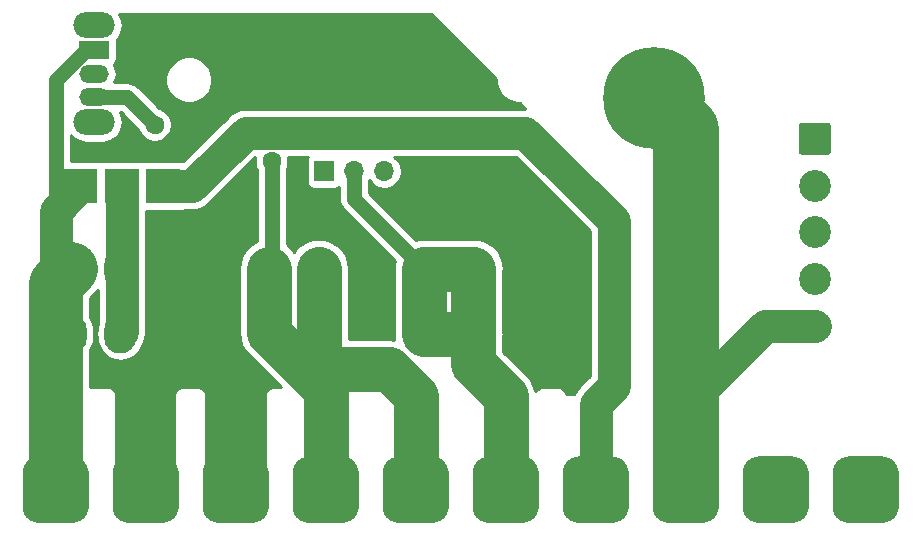
<source format=gbr>
G04 #@! TF.GenerationSoftware,KiCad,Pcbnew,(5.1.5)-3*
G04 #@! TF.CreationDate,2020-03-03T23:45:34-08:00*
G04 #@! TF.ProjectId,psinterface,7073696e-7465-4726-9661-63652e6b6963,0.4*
G04 #@! TF.SameCoordinates,Original*
G04 #@! TF.FileFunction,Copper,L1,Top*
G04 #@! TF.FilePolarity,Positive*
%FSLAX46Y46*%
G04 Gerber Fmt 4.6, Leading zero omitted, Abs format (unit mm)*
G04 Created by KiCad (PCBNEW (5.1.5)-3) date 2020-03-03 23:45:34*
%MOMM*%
%LPD*%
G04 APERTURE LIST*
%ADD10C,0.100000*%
%ADD11O,2.700000X3.300000*%
%ADD12C,2.700000*%
%ADD13R,2.500000X1.500000*%
%ADD14O,2.500000X1.500000*%
%ADD15O,3.500000X2.200000*%
%ADD16R,3.000000X3.000000*%
%ADD17C,8.600000*%
%ADD18C,0.900000*%
%ADD19R,1.700000X1.700000*%
%ADD20O,1.700000X1.700000*%
%ADD21C,0.800000*%
%ADD22C,1.600000*%
%ADD23C,3.810000*%
%ADD24C,1.270000*%
%ADD25C,2.794000*%
%ADD26C,5.588000*%
%ADD27C,4.572000*%
%ADD28C,0.254000*%
G04 APERTURE END LIST*
G04 #@! TA.AperFunction,ComponentPad*
D10*
G36*
X148624503Y-120351204D02*
G01*
X148648772Y-120354804D01*
X148672570Y-120360765D01*
X148695670Y-120369030D01*
X148717849Y-120379520D01*
X148738892Y-120392133D01*
X148758598Y-120406748D01*
X148776776Y-120423224D01*
X148793252Y-120441402D01*
X148807867Y-120461108D01*
X148820480Y-120482151D01*
X148830970Y-120504330D01*
X148839235Y-120527430D01*
X148845196Y-120551228D01*
X148848796Y-120575497D01*
X148850000Y-120600001D01*
X148850000Y-123399999D01*
X148848796Y-123424503D01*
X148845196Y-123448772D01*
X148839235Y-123472570D01*
X148830970Y-123495670D01*
X148820480Y-123517849D01*
X148807867Y-123538892D01*
X148793252Y-123558598D01*
X148776776Y-123576776D01*
X148758598Y-123593252D01*
X148738892Y-123607867D01*
X148717849Y-123620480D01*
X148695670Y-123630970D01*
X148672570Y-123639235D01*
X148648772Y-123645196D01*
X148624503Y-123648796D01*
X148599999Y-123650000D01*
X146400001Y-123650000D01*
X146375497Y-123648796D01*
X146351228Y-123645196D01*
X146327430Y-123639235D01*
X146304330Y-123630970D01*
X146282151Y-123620480D01*
X146261108Y-123607867D01*
X146241402Y-123593252D01*
X146223224Y-123576776D01*
X146206748Y-123558598D01*
X146192133Y-123538892D01*
X146179520Y-123517849D01*
X146169030Y-123495670D01*
X146160765Y-123472570D01*
X146154804Y-123448772D01*
X146151204Y-123424503D01*
X146150000Y-123399999D01*
X146150000Y-120600001D01*
X146151204Y-120575497D01*
X146154804Y-120551228D01*
X146160765Y-120527430D01*
X146169030Y-120504330D01*
X146179520Y-120482151D01*
X146192133Y-120461108D01*
X146206748Y-120441402D01*
X146223224Y-120423224D01*
X146241402Y-120406748D01*
X146261108Y-120392133D01*
X146282151Y-120379520D01*
X146304330Y-120369030D01*
X146327430Y-120360765D01*
X146351228Y-120354804D01*
X146375497Y-120351204D01*
X146400001Y-120350000D01*
X148599999Y-120350000D01*
X148624503Y-120351204D01*
G37*
G04 #@! TD.AperFunction*
D11*
X143300000Y-122000000D03*
X139100000Y-122000000D03*
X134900000Y-122000000D03*
X147500000Y-116500000D03*
X143300000Y-116500000D03*
X139100000Y-116500000D03*
X134900000Y-116500000D03*
G04 #@! TA.AperFunction,ComponentPad*
D10*
G36*
X127124503Y-120351204D02*
G01*
X127148772Y-120354804D01*
X127172570Y-120360765D01*
X127195670Y-120369030D01*
X127217849Y-120379520D01*
X127238892Y-120392133D01*
X127258598Y-120406748D01*
X127276776Y-120423224D01*
X127293252Y-120441402D01*
X127307867Y-120461108D01*
X127320480Y-120482151D01*
X127330970Y-120504330D01*
X127339235Y-120527430D01*
X127345196Y-120551228D01*
X127348796Y-120575497D01*
X127350000Y-120600001D01*
X127350000Y-123399999D01*
X127348796Y-123424503D01*
X127345196Y-123448772D01*
X127339235Y-123472570D01*
X127330970Y-123495670D01*
X127320480Y-123517849D01*
X127307867Y-123538892D01*
X127293252Y-123558598D01*
X127276776Y-123576776D01*
X127258598Y-123593252D01*
X127238892Y-123607867D01*
X127217849Y-123620480D01*
X127195670Y-123630970D01*
X127172570Y-123639235D01*
X127148772Y-123645196D01*
X127124503Y-123648796D01*
X127099999Y-123650000D01*
X124900001Y-123650000D01*
X124875497Y-123648796D01*
X124851228Y-123645196D01*
X124827430Y-123639235D01*
X124804330Y-123630970D01*
X124782151Y-123620480D01*
X124761108Y-123607867D01*
X124741402Y-123593252D01*
X124723224Y-123576776D01*
X124706748Y-123558598D01*
X124692133Y-123538892D01*
X124679520Y-123517849D01*
X124669030Y-123495670D01*
X124660765Y-123472570D01*
X124654804Y-123448772D01*
X124651204Y-123424503D01*
X124650000Y-123399999D01*
X124650000Y-120600001D01*
X124651204Y-120575497D01*
X124654804Y-120551228D01*
X124660765Y-120527430D01*
X124669030Y-120504330D01*
X124679520Y-120482151D01*
X124692133Y-120461108D01*
X124706748Y-120441402D01*
X124723224Y-120423224D01*
X124741402Y-120406748D01*
X124761108Y-120392133D01*
X124782151Y-120379520D01*
X124804330Y-120369030D01*
X124827430Y-120360765D01*
X124851228Y-120354804D01*
X124875497Y-120351204D01*
X124900001Y-120350000D01*
X127099999Y-120350000D01*
X127124503Y-120351204D01*
G37*
G04 #@! TD.AperFunction*
D11*
X121800000Y-122000000D03*
X117600000Y-122000000D03*
X113400000Y-122000000D03*
X109200000Y-122000000D03*
X105000000Y-122000000D03*
X126000000Y-116500000D03*
X121800000Y-116500000D03*
X117600000Y-116500000D03*
X113400000Y-116500000D03*
X109200000Y-116500000D03*
X105000000Y-116500000D03*
G04 #@! TA.AperFunction,ComponentPad*
D10*
G36*
X169124503Y-104151204D02*
G01*
X169148772Y-104154804D01*
X169172570Y-104160765D01*
X169195670Y-104169030D01*
X169217849Y-104179520D01*
X169238892Y-104192133D01*
X169258598Y-104206748D01*
X169276776Y-104223224D01*
X169293252Y-104241402D01*
X169307867Y-104261108D01*
X169320480Y-104282151D01*
X169330970Y-104304330D01*
X169339235Y-104327430D01*
X169345196Y-104351228D01*
X169348796Y-104375497D01*
X169350000Y-104400001D01*
X169350000Y-106599999D01*
X169348796Y-106624503D01*
X169345196Y-106648772D01*
X169339235Y-106672570D01*
X169330970Y-106695670D01*
X169320480Y-106717849D01*
X169307867Y-106738892D01*
X169293252Y-106758598D01*
X169276776Y-106776776D01*
X169258598Y-106793252D01*
X169238892Y-106807867D01*
X169217849Y-106820480D01*
X169195670Y-106830970D01*
X169172570Y-106839235D01*
X169148772Y-106845196D01*
X169124503Y-106848796D01*
X169099999Y-106850000D01*
X166900001Y-106850000D01*
X166875497Y-106848796D01*
X166851228Y-106845196D01*
X166827430Y-106839235D01*
X166804330Y-106830970D01*
X166782151Y-106820480D01*
X166761108Y-106807867D01*
X166741402Y-106793252D01*
X166723224Y-106776776D01*
X166706748Y-106758598D01*
X166692133Y-106738892D01*
X166679520Y-106717849D01*
X166669030Y-106695670D01*
X166660765Y-106672570D01*
X166654804Y-106648772D01*
X166651204Y-106624503D01*
X166650000Y-106599999D01*
X166650000Y-104400001D01*
X166651204Y-104375497D01*
X166654804Y-104351228D01*
X166660765Y-104327430D01*
X166669030Y-104304330D01*
X166679520Y-104282151D01*
X166692133Y-104261108D01*
X166706748Y-104241402D01*
X166723224Y-104223224D01*
X166741402Y-104206748D01*
X166761108Y-104192133D01*
X166782151Y-104179520D01*
X166804330Y-104169030D01*
X166827430Y-104160765D01*
X166851228Y-104154804D01*
X166875497Y-104151204D01*
X166900001Y-104150000D01*
X169099999Y-104150000D01*
X169124503Y-104151204D01*
G37*
G04 #@! TD.AperFunction*
D12*
X168000000Y-109460000D03*
X168000000Y-113420000D03*
X168000000Y-117380000D03*
X168000000Y-121340000D03*
D13*
X107000000Y-98000000D03*
D14*
X107000000Y-100000000D03*
X107000000Y-102000000D03*
D15*
X107000000Y-95900000D03*
X107000000Y-104100000D03*
G04 #@! TA.AperFunction,ComponentPad*
D10*
G36*
X143357224Y-132406741D02*
G01*
X143493126Y-132426901D01*
X143626399Y-132460284D01*
X143755757Y-132506569D01*
X143879955Y-132565310D01*
X143997798Y-132635943D01*
X144108151Y-132717785D01*
X144209949Y-132810051D01*
X144302215Y-132911849D01*
X144384057Y-133022202D01*
X144454690Y-133140045D01*
X144513431Y-133264243D01*
X144559716Y-133393601D01*
X144593099Y-133526874D01*
X144613259Y-133662776D01*
X144620000Y-133800000D01*
X144620000Y-136600000D01*
X144613259Y-136737224D01*
X144593099Y-136873126D01*
X144559716Y-137006399D01*
X144513431Y-137135757D01*
X144454690Y-137259955D01*
X144384057Y-137377798D01*
X144302215Y-137488151D01*
X144209949Y-137589949D01*
X144108151Y-137682215D01*
X143997798Y-137764057D01*
X143879955Y-137834690D01*
X143755757Y-137893431D01*
X143626399Y-137939716D01*
X143493126Y-137973099D01*
X143357224Y-137993259D01*
X143220000Y-138000000D01*
X140420000Y-138000000D01*
X140282776Y-137993259D01*
X140146874Y-137973099D01*
X140013601Y-137939716D01*
X139884243Y-137893431D01*
X139760045Y-137834690D01*
X139642202Y-137764057D01*
X139531849Y-137682215D01*
X139430051Y-137589949D01*
X139337785Y-137488151D01*
X139255943Y-137377798D01*
X139185310Y-137259955D01*
X139126569Y-137135757D01*
X139080284Y-137006399D01*
X139046901Y-136873126D01*
X139026741Y-136737224D01*
X139020000Y-136600000D01*
X139020000Y-133800000D01*
X139026741Y-133662776D01*
X139046901Y-133526874D01*
X139080284Y-133393601D01*
X139126569Y-133264243D01*
X139185310Y-133140045D01*
X139255943Y-133022202D01*
X139337785Y-132911849D01*
X139430051Y-132810051D01*
X139531849Y-132717785D01*
X139642202Y-132635943D01*
X139760045Y-132565310D01*
X139884243Y-132506569D01*
X140013601Y-132460284D01*
X140146874Y-132426901D01*
X140282776Y-132406741D01*
X140420000Y-132400000D01*
X143220000Y-132400000D01*
X143357224Y-132406741D01*
G37*
G04 #@! TD.AperFunction*
G04 #@! TA.AperFunction,ComponentPad*
G36*
X135737224Y-132406741D02*
G01*
X135873126Y-132426901D01*
X136006399Y-132460284D01*
X136135757Y-132506569D01*
X136259955Y-132565310D01*
X136377798Y-132635943D01*
X136488151Y-132717785D01*
X136589949Y-132810051D01*
X136682215Y-132911849D01*
X136764057Y-133022202D01*
X136834690Y-133140045D01*
X136893431Y-133264243D01*
X136939716Y-133393601D01*
X136973099Y-133526874D01*
X136993259Y-133662776D01*
X137000000Y-133800000D01*
X137000000Y-136600000D01*
X136993259Y-136737224D01*
X136973099Y-136873126D01*
X136939716Y-137006399D01*
X136893431Y-137135757D01*
X136834690Y-137259955D01*
X136764057Y-137377798D01*
X136682215Y-137488151D01*
X136589949Y-137589949D01*
X136488151Y-137682215D01*
X136377798Y-137764057D01*
X136259955Y-137834690D01*
X136135757Y-137893431D01*
X136006399Y-137939716D01*
X135873126Y-137973099D01*
X135737224Y-137993259D01*
X135600000Y-138000000D01*
X132800000Y-138000000D01*
X132662776Y-137993259D01*
X132526874Y-137973099D01*
X132393601Y-137939716D01*
X132264243Y-137893431D01*
X132140045Y-137834690D01*
X132022202Y-137764057D01*
X131911849Y-137682215D01*
X131810051Y-137589949D01*
X131717785Y-137488151D01*
X131635943Y-137377798D01*
X131565310Y-137259955D01*
X131506569Y-137135757D01*
X131460284Y-137006399D01*
X131426901Y-136873126D01*
X131406741Y-136737224D01*
X131400000Y-136600000D01*
X131400000Y-133800000D01*
X131406741Y-133662776D01*
X131426901Y-133526874D01*
X131460284Y-133393601D01*
X131506569Y-133264243D01*
X131565310Y-133140045D01*
X131635943Y-133022202D01*
X131717785Y-132911849D01*
X131810051Y-132810051D01*
X131911849Y-132717785D01*
X132022202Y-132635943D01*
X132140045Y-132565310D01*
X132264243Y-132506569D01*
X132393601Y-132460284D01*
X132526874Y-132426901D01*
X132662776Y-132406741D01*
X132800000Y-132400000D01*
X135600000Y-132400000D01*
X135737224Y-132406741D01*
G37*
G04 #@! TD.AperFunction*
G04 #@! TA.AperFunction,ComponentPad*
G36*
X158597224Y-132406741D02*
G01*
X158733126Y-132426901D01*
X158866399Y-132460284D01*
X158995757Y-132506569D01*
X159119955Y-132565310D01*
X159237798Y-132635943D01*
X159348151Y-132717785D01*
X159449949Y-132810051D01*
X159542215Y-132911849D01*
X159624057Y-133022202D01*
X159694690Y-133140045D01*
X159753431Y-133264243D01*
X159799716Y-133393601D01*
X159833099Y-133526874D01*
X159853259Y-133662776D01*
X159860000Y-133800000D01*
X159860000Y-136600000D01*
X159853259Y-136737224D01*
X159833099Y-136873126D01*
X159799716Y-137006399D01*
X159753431Y-137135757D01*
X159694690Y-137259955D01*
X159624057Y-137377798D01*
X159542215Y-137488151D01*
X159449949Y-137589949D01*
X159348151Y-137682215D01*
X159237798Y-137764057D01*
X159119955Y-137834690D01*
X158995757Y-137893431D01*
X158866399Y-137939716D01*
X158733126Y-137973099D01*
X158597224Y-137993259D01*
X158460000Y-138000000D01*
X155660000Y-138000000D01*
X155522776Y-137993259D01*
X155386874Y-137973099D01*
X155253601Y-137939716D01*
X155124243Y-137893431D01*
X155000045Y-137834690D01*
X154882202Y-137764057D01*
X154771849Y-137682215D01*
X154670051Y-137589949D01*
X154577785Y-137488151D01*
X154495943Y-137377798D01*
X154425310Y-137259955D01*
X154366569Y-137135757D01*
X154320284Y-137006399D01*
X154286901Y-136873126D01*
X154266741Y-136737224D01*
X154260000Y-136600000D01*
X154260000Y-133800000D01*
X154266741Y-133662776D01*
X154286901Y-133526874D01*
X154320284Y-133393601D01*
X154366569Y-133264243D01*
X154425310Y-133140045D01*
X154495943Y-133022202D01*
X154577785Y-132911849D01*
X154670051Y-132810051D01*
X154771849Y-132717785D01*
X154882202Y-132635943D01*
X155000045Y-132565310D01*
X155124243Y-132506569D01*
X155253601Y-132460284D01*
X155386874Y-132426901D01*
X155522776Y-132406741D01*
X155660000Y-132400000D01*
X158460000Y-132400000D01*
X158597224Y-132406741D01*
G37*
G04 #@! TD.AperFunction*
G04 #@! TA.AperFunction,ComponentPad*
G36*
X166217224Y-132406741D02*
G01*
X166353126Y-132426901D01*
X166486399Y-132460284D01*
X166615757Y-132506569D01*
X166739955Y-132565310D01*
X166857798Y-132635943D01*
X166968151Y-132717785D01*
X167069949Y-132810051D01*
X167162215Y-132911849D01*
X167244057Y-133022202D01*
X167314690Y-133140045D01*
X167373431Y-133264243D01*
X167419716Y-133393601D01*
X167453099Y-133526874D01*
X167473259Y-133662776D01*
X167480000Y-133800000D01*
X167480000Y-136600000D01*
X167473259Y-136737224D01*
X167453099Y-136873126D01*
X167419716Y-137006399D01*
X167373431Y-137135757D01*
X167314690Y-137259955D01*
X167244057Y-137377798D01*
X167162215Y-137488151D01*
X167069949Y-137589949D01*
X166968151Y-137682215D01*
X166857798Y-137764057D01*
X166739955Y-137834690D01*
X166615757Y-137893431D01*
X166486399Y-137939716D01*
X166353126Y-137973099D01*
X166217224Y-137993259D01*
X166080000Y-138000000D01*
X163280000Y-138000000D01*
X163142776Y-137993259D01*
X163006874Y-137973099D01*
X162873601Y-137939716D01*
X162744243Y-137893431D01*
X162620045Y-137834690D01*
X162502202Y-137764057D01*
X162391849Y-137682215D01*
X162290051Y-137589949D01*
X162197785Y-137488151D01*
X162115943Y-137377798D01*
X162045310Y-137259955D01*
X161986569Y-137135757D01*
X161940284Y-137006399D01*
X161906901Y-136873126D01*
X161886741Y-136737224D01*
X161880000Y-136600000D01*
X161880000Y-133800000D01*
X161886741Y-133662776D01*
X161906901Y-133526874D01*
X161940284Y-133393601D01*
X161986569Y-133264243D01*
X162045310Y-133140045D01*
X162115943Y-133022202D01*
X162197785Y-132911849D01*
X162290051Y-132810051D01*
X162391849Y-132717785D01*
X162502202Y-132635943D01*
X162620045Y-132565310D01*
X162744243Y-132506569D01*
X162873601Y-132460284D01*
X163006874Y-132426901D01*
X163142776Y-132406741D01*
X163280000Y-132400000D01*
X166080000Y-132400000D01*
X166217224Y-132406741D01*
G37*
G04 #@! TD.AperFunction*
G04 #@! TA.AperFunction,ComponentPad*
G36*
X150977224Y-132406741D02*
G01*
X151113126Y-132426901D01*
X151246399Y-132460284D01*
X151375757Y-132506569D01*
X151499955Y-132565310D01*
X151617798Y-132635943D01*
X151728151Y-132717785D01*
X151829949Y-132810051D01*
X151922215Y-132911849D01*
X152004057Y-133022202D01*
X152074690Y-133140045D01*
X152133431Y-133264243D01*
X152179716Y-133393601D01*
X152213099Y-133526874D01*
X152233259Y-133662776D01*
X152240000Y-133800000D01*
X152240000Y-136600000D01*
X152233259Y-136737224D01*
X152213099Y-136873126D01*
X152179716Y-137006399D01*
X152133431Y-137135757D01*
X152074690Y-137259955D01*
X152004057Y-137377798D01*
X151922215Y-137488151D01*
X151829949Y-137589949D01*
X151728151Y-137682215D01*
X151617798Y-137764057D01*
X151499955Y-137834690D01*
X151375757Y-137893431D01*
X151246399Y-137939716D01*
X151113126Y-137973099D01*
X150977224Y-137993259D01*
X150840000Y-138000000D01*
X148040000Y-138000000D01*
X147902776Y-137993259D01*
X147766874Y-137973099D01*
X147633601Y-137939716D01*
X147504243Y-137893431D01*
X147380045Y-137834690D01*
X147262202Y-137764057D01*
X147151849Y-137682215D01*
X147050051Y-137589949D01*
X146957785Y-137488151D01*
X146875943Y-137377798D01*
X146805310Y-137259955D01*
X146746569Y-137135757D01*
X146700284Y-137006399D01*
X146666901Y-136873126D01*
X146646741Y-136737224D01*
X146640000Y-136600000D01*
X146640000Y-133800000D01*
X146646741Y-133662776D01*
X146666901Y-133526874D01*
X146700284Y-133393601D01*
X146746569Y-133264243D01*
X146805310Y-133140045D01*
X146875943Y-133022202D01*
X146957785Y-132911849D01*
X147050051Y-132810051D01*
X147151849Y-132717785D01*
X147262202Y-132635943D01*
X147380045Y-132565310D01*
X147504243Y-132506569D01*
X147633601Y-132460284D01*
X147766874Y-132426901D01*
X147902776Y-132406741D01*
X148040000Y-132400000D01*
X150840000Y-132400000D01*
X150977224Y-132406741D01*
G37*
G04 #@! TD.AperFunction*
G04 #@! TA.AperFunction,ComponentPad*
G36*
X128117224Y-132406741D02*
G01*
X128253126Y-132426901D01*
X128386399Y-132460284D01*
X128515757Y-132506569D01*
X128639955Y-132565310D01*
X128757798Y-132635943D01*
X128868151Y-132717785D01*
X128969949Y-132810051D01*
X129062215Y-132911849D01*
X129144057Y-133022202D01*
X129214690Y-133140045D01*
X129273431Y-133264243D01*
X129319716Y-133393601D01*
X129353099Y-133526874D01*
X129373259Y-133662776D01*
X129380000Y-133800000D01*
X129380000Y-136600000D01*
X129373259Y-136737224D01*
X129353099Y-136873126D01*
X129319716Y-137006399D01*
X129273431Y-137135757D01*
X129214690Y-137259955D01*
X129144057Y-137377798D01*
X129062215Y-137488151D01*
X128969949Y-137589949D01*
X128868151Y-137682215D01*
X128757798Y-137764057D01*
X128639955Y-137834690D01*
X128515757Y-137893431D01*
X128386399Y-137939716D01*
X128253126Y-137973099D01*
X128117224Y-137993259D01*
X127980000Y-138000000D01*
X125180000Y-138000000D01*
X125042776Y-137993259D01*
X124906874Y-137973099D01*
X124773601Y-137939716D01*
X124644243Y-137893431D01*
X124520045Y-137834690D01*
X124402202Y-137764057D01*
X124291849Y-137682215D01*
X124190051Y-137589949D01*
X124097785Y-137488151D01*
X124015943Y-137377798D01*
X123945310Y-137259955D01*
X123886569Y-137135757D01*
X123840284Y-137006399D01*
X123806901Y-136873126D01*
X123786741Y-136737224D01*
X123780000Y-136600000D01*
X123780000Y-133800000D01*
X123786741Y-133662776D01*
X123806901Y-133526874D01*
X123840284Y-133393601D01*
X123886569Y-133264243D01*
X123945310Y-133140045D01*
X124015943Y-133022202D01*
X124097785Y-132911849D01*
X124190051Y-132810051D01*
X124291849Y-132717785D01*
X124402202Y-132635943D01*
X124520045Y-132565310D01*
X124644243Y-132506569D01*
X124773601Y-132460284D01*
X124906874Y-132426901D01*
X125042776Y-132406741D01*
X125180000Y-132400000D01*
X127980000Y-132400000D01*
X128117224Y-132406741D01*
G37*
G04 #@! TD.AperFunction*
G04 #@! TA.AperFunction,ComponentPad*
G36*
X173837224Y-132406741D02*
G01*
X173973126Y-132426901D01*
X174106399Y-132460284D01*
X174235757Y-132506569D01*
X174359955Y-132565310D01*
X174477798Y-132635943D01*
X174588151Y-132717785D01*
X174689949Y-132810051D01*
X174782215Y-132911849D01*
X174864057Y-133022202D01*
X174934690Y-133140045D01*
X174993431Y-133264243D01*
X175039716Y-133393601D01*
X175073099Y-133526874D01*
X175093259Y-133662776D01*
X175100000Y-133800000D01*
X175100000Y-136600000D01*
X175093259Y-136737224D01*
X175073099Y-136873126D01*
X175039716Y-137006399D01*
X174993431Y-137135757D01*
X174934690Y-137259955D01*
X174864057Y-137377798D01*
X174782215Y-137488151D01*
X174689949Y-137589949D01*
X174588151Y-137682215D01*
X174477798Y-137764057D01*
X174359955Y-137834690D01*
X174235757Y-137893431D01*
X174106399Y-137939716D01*
X173973126Y-137973099D01*
X173837224Y-137993259D01*
X173700000Y-138000000D01*
X170900000Y-138000000D01*
X170762776Y-137993259D01*
X170626874Y-137973099D01*
X170493601Y-137939716D01*
X170364243Y-137893431D01*
X170240045Y-137834690D01*
X170122202Y-137764057D01*
X170011849Y-137682215D01*
X169910051Y-137589949D01*
X169817785Y-137488151D01*
X169735943Y-137377798D01*
X169665310Y-137259955D01*
X169606569Y-137135757D01*
X169560284Y-137006399D01*
X169526901Y-136873126D01*
X169506741Y-136737224D01*
X169500000Y-136600000D01*
X169500000Y-133800000D01*
X169506741Y-133662776D01*
X169526901Y-133526874D01*
X169560284Y-133393601D01*
X169606569Y-133264243D01*
X169665310Y-133140045D01*
X169735943Y-133022202D01*
X169817785Y-132911849D01*
X169910051Y-132810051D01*
X170011849Y-132717785D01*
X170122202Y-132635943D01*
X170240045Y-132565310D01*
X170364243Y-132506569D01*
X170493601Y-132460284D01*
X170626874Y-132426901D01*
X170762776Y-132406741D01*
X170900000Y-132400000D01*
X173700000Y-132400000D01*
X173837224Y-132406741D01*
G37*
G04 #@! TD.AperFunction*
G04 #@! TA.AperFunction,ComponentPad*
G36*
X120497224Y-132406741D02*
G01*
X120633126Y-132426901D01*
X120766399Y-132460284D01*
X120895757Y-132506569D01*
X121019955Y-132565310D01*
X121137798Y-132635943D01*
X121248151Y-132717785D01*
X121349949Y-132810051D01*
X121442215Y-132911849D01*
X121524057Y-133022202D01*
X121594690Y-133140045D01*
X121653431Y-133264243D01*
X121699716Y-133393601D01*
X121733099Y-133526874D01*
X121753259Y-133662776D01*
X121760000Y-133800000D01*
X121760000Y-136600000D01*
X121753259Y-136737224D01*
X121733099Y-136873126D01*
X121699716Y-137006399D01*
X121653431Y-137135757D01*
X121594690Y-137259955D01*
X121524057Y-137377798D01*
X121442215Y-137488151D01*
X121349949Y-137589949D01*
X121248151Y-137682215D01*
X121137798Y-137764057D01*
X121019955Y-137834690D01*
X120895757Y-137893431D01*
X120766399Y-137939716D01*
X120633126Y-137973099D01*
X120497224Y-137993259D01*
X120360000Y-138000000D01*
X117560000Y-138000000D01*
X117422776Y-137993259D01*
X117286874Y-137973099D01*
X117153601Y-137939716D01*
X117024243Y-137893431D01*
X116900045Y-137834690D01*
X116782202Y-137764057D01*
X116671849Y-137682215D01*
X116570051Y-137589949D01*
X116477785Y-137488151D01*
X116395943Y-137377798D01*
X116325310Y-137259955D01*
X116266569Y-137135757D01*
X116220284Y-137006399D01*
X116186901Y-136873126D01*
X116166741Y-136737224D01*
X116160000Y-136600000D01*
X116160000Y-133800000D01*
X116166741Y-133662776D01*
X116186901Y-133526874D01*
X116220284Y-133393601D01*
X116266569Y-133264243D01*
X116325310Y-133140045D01*
X116395943Y-133022202D01*
X116477785Y-132911849D01*
X116570051Y-132810051D01*
X116671849Y-132717785D01*
X116782202Y-132635943D01*
X116900045Y-132565310D01*
X117024243Y-132506569D01*
X117153601Y-132460284D01*
X117286874Y-132426901D01*
X117422776Y-132406741D01*
X117560000Y-132400000D01*
X120360000Y-132400000D01*
X120497224Y-132406741D01*
G37*
G04 #@! TD.AperFunction*
G04 #@! TA.AperFunction,ComponentPad*
G36*
X105257224Y-132406741D02*
G01*
X105393126Y-132426901D01*
X105526399Y-132460284D01*
X105655757Y-132506569D01*
X105779955Y-132565310D01*
X105897798Y-132635943D01*
X106008151Y-132717785D01*
X106109949Y-132810051D01*
X106202215Y-132911849D01*
X106284057Y-133022202D01*
X106354690Y-133140045D01*
X106413431Y-133264243D01*
X106459716Y-133393601D01*
X106493099Y-133526874D01*
X106513259Y-133662776D01*
X106520000Y-133800000D01*
X106520000Y-136600000D01*
X106513259Y-136737224D01*
X106493099Y-136873126D01*
X106459716Y-137006399D01*
X106413431Y-137135757D01*
X106354690Y-137259955D01*
X106284057Y-137377798D01*
X106202215Y-137488151D01*
X106109949Y-137589949D01*
X106008151Y-137682215D01*
X105897798Y-137764057D01*
X105779955Y-137834690D01*
X105655757Y-137893431D01*
X105526399Y-137939716D01*
X105393126Y-137973099D01*
X105257224Y-137993259D01*
X105120000Y-138000000D01*
X102320000Y-138000000D01*
X102182776Y-137993259D01*
X102046874Y-137973099D01*
X101913601Y-137939716D01*
X101784243Y-137893431D01*
X101660045Y-137834690D01*
X101542202Y-137764057D01*
X101431849Y-137682215D01*
X101330051Y-137589949D01*
X101237785Y-137488151D01*
X101155943Y-137377798D01*
X101085310Y-137259955D01*
X101026569Y-137135757D01*
X100980284Y-137006399D01*
X100946901Y-136873126D01*
X100926741Y-136737224D01*
X100920000Y-136600000D01*
X100920000Y-133800000D01*
X100926741Y-133662776D01*
X100946901Y-133526874D01*
X100980284Y-133393601D01*
X101026569Y-133264243D01*
X101085310Y-133140045D01*
X101155943Y-133022202D01*
X101237785Y-132911849D01*
X101330051Y-132810051D01*
X101431849Y-132717785D01*
X101542202Y-132635943D01*
X101660045Y-132565310D01*
X101784243Y-132506569D01*
X101913601Y-132460284D01*
X102046874Y-132426901D01*
X102182776Y-132406741D01*
X102320000Y-132400000D01*
X105120000Y-132400000D01*
X105257224Y-132406741D01*
G37*
G04 #@! TD.AperFunction*
G04 #@! TA.AperFunction,ComponentPad*
G36*
X112877224Y-132406741D02*
G01*
X113013126Y-132426901D01*
X113146399Y-132460284D01*
X113275757Y-132506569D01*
X113399955Y-132565310D01*
X113517798Y-132635943D01*
X113628151Y-132717785D01*
X113729949Y-132810051D01*
X113822215Y-132911849D01*
X113904057Y-133022202D01*
X113974690Y-133140045D01*
X114033431Y-133264243D01*
X114079716Y-133393601D01*
X114113099Y-133526874D01*
X114133259Y-133662776D01*
X114140000Y-133800000D01*
X114140000Y-136600000D01*
X114133259Y-136737224D01*
X114113099Y-136873126D01*
X114079716Y-137006399D01*
X114033431Y-137135757D01*
X113974690Y-137259955D01*
X113904057Y-137377798D01*
X113822215Y-137488151D01*
X113729949Y-137589949D01*
X113628151Y-137682215D01*
X113517798Y-137764057D01*
X113399955Y-137834690D01*
X113275757Y-137893431D01*
X113146399Y-137939716D01*
X113013126Y-137973099D01*
X112877224Y-137993259D01*
X112740000Y-138000000D01*
X109940000Y-138000000D01*
X109802776Y-137993259D01*
X109666874Y-137973099D01*
X109533601Y-137939716D01*
X109404243Y-137893431D01*
X109280045Y-137834690D01*
X109162202Y-137764057D01*
X109051849Y-137682215D01*
X108950051Y-137589949D01*
X108857785Y-137488151D01*
X108775943Y-137377798D01*
X108705310Y-137259955D01*
X108646569Y-137135757D01*
X108600284Y-137006399D01*
X108566901Y-136873126D01*
X108546741Y-136737224D01*
X108540000Y-136600000D01*
X108540000Y-133800000D01*
X108546741Y-133662776D01*
X108566901Y-133526874D01*
X108600284Y-133393601D01*
X108646569Y-133264243D01*
X108705310Y-133140045D01*
X108775943Y-133022202D01*
X108857785Y-132911849D01*
X108950051Y-132810051D01*
X109051849Y-132717785D01*
X109162202Y-132635943D01*
X109280045Y-132565310D01*
X109404243Y-132506569D01*
X109533601Y-132460284D01*
X109666874Y-132426901D01*
X109802776Y-132406741D01*
X109940000Y-132400000D01*
X112740000Y-132400000D01*
X112877224Y-132406741D01*
G37*
G04 #@! TD.AperFunction*
D16*
X112800000Y-109500000D03*
X109300000Y-109500000D03*
X105800000Y-109500000D03*
D17*
X154355800Y-102057200D03*
D18*
X151130800Y-102057200D03*
X152075381Y-99776781D03*
X154355800Y-98832200D03*
X156636219Y-99776781D03*
X157580800Y-102057200D03*
X156636219Y-104337619D03*
X154355800Y-105282200D03*
X152075381Y-104337619D03*
D19*
X126466600Y-108254800D03*
D20*
X129006600Y-108254800D03*
X131546600Y-108254800D03*
D21*
X135890000Y-100457000D03*
X137414000Y-98298000D03*
X139065000Y-100457000D03*
X130276600Y-100482400D03*
X127736600Y-100482400D03*
X135000000Y-112500000D03*
X139000000Y-112500000D03*
X143000000Y-112500000D03*
X143000000Y-109500000D03*
X139000000Y-109500000D03*
X135000000Y-109500000D03*
X137000000Y-111000000D03*
X141000000Y-111000000D03*
X145000000Y-111000000D03*
X146500000Y-112500000D03*
X133000000Y-111000000D03*
X129500000Y-116500000D03*
X131500000Y-116500000D03*
X129500000Y-120000000D03*
X131500000Y-120000000D03*
X130500000Y-121500000D03*
X130500000Y-118000000D03*
X120000000Y-109400000D03*
X120000000Y-112500000D03*
X118000000Y-111000000D03*
X115700000Y-112500000D03*
X122555000Y-100457000D03*
X119126000Y-100457000D03*
X120904000Y-98298000D03*
X134620000Y-96012000D03*
X131572000Y-96012000D03*
X137414000Y-102108000D03*
X120904000Y-102108000D03*
X109220000Y-106426000D03*
X105918000Y-106426000D03*
X113284000Y-106426000D03*
X115062000Y-97536000D03*
X112014000Y-100330000D03*
X123444000Y-98044000D03*
X134620000Y-98298000D03*
X129032000Y-99314000D03*
X129032000Y-101600000D03*
D22*
X112100000Y-104300000D03*
X122000000Y-107400000D03*
D23*
X141820000Y-132400000D02*
X141820000Y-135200000D01*
X141820000Y-127307711D02*
X141820000Y-132400000D01*
X139100000Y-124587711D02*
X141820000Y-127307711D01*
X139100000Y-122000000D02*
X139100000Y-124587711D01*
X134900000Y-122000000D02*
X139100000Y-122000000D01*
X134900000Y-116500000D02*
X139100000Y-116500000D01*
X134900000Y-116500000D02*
X134900000Y-122000000D01*
X139100000Y-116500000D02*
X139100000Y-122000000D01*
D24*
X129006600Y-110606600D02*
X134900000Y-116500000D01*
X129006600Y-108254800D02*
X129006600Y-110606600D01*
D23*
X134200000Y-127287711D02*
X131912289Y-125000000D01*
X134200000Y-135200000D02*
X134200000Y-127287711D01*
X131912289Y-125000000D02*
X126500000Y-125000000D01*
X126000000Y-124500000D02*
X126000000Y-116500000D01*
X126500000Y-125000000D02*
X126000000Y-124500000D01*
X126580000Y-126740000D02*
X126580000Y-135200000D01*
X121800000Y-116500000D02*
X121800000Y-121960000D01*
X121800000Y-121960000D02*
X126580000Y-126740000D01*
D24*
X107000000Y-102000000D02*
X109800000Y-102000000D01*
X109800000Y-102000000D02*
X112100000Y-104300000D01*
X122000000Y-116300000D02*
X121800000Y-116500000D01*
X112100000Y-104300000D02*
X112200000Y-104400000D01*
X122000000Y-107400000D02*
X122000000Y-116300000D01*
D25*
X166090812Y-121340000D02*
X168000000Y-121340000D01*
X163766132Y-121340000D02*
X166090812Y-121340000D01*
X157060000Y-128046132D02*
X163766132Y-121340000D01*
X157060000Y-135200000D02*
X157060000Y-128046132D01*
D26*
X157060000Y-104761400D02*
X157060000Y-135200000D01*
X154355800Y-102057200D02*
X157060000Y-104761400D01*
D25*
X151000000Y-126406132D02*
X149440000Y-127966132D01*
X119800000Y-105000000D02*
X143500000Y-105000000D01*
X143500000Y-105000000D02*
X151000000Y-112500000D01*
X115300000Y-109500000D02*
X119800000Y-105000000D01*
X112800000Y-109500000D02*
X115300000Y-109500000D01*
X149440000Y-127966132D02*
X149440000Y-135200000D01*
X151000000Y-112500000D02*
X151000000Y-126406132D01*
D27*
X103720000Y-117780000D02*
X105000000Y-116500000D01*
X103720000Y-135200000D02*
X103720000Y-117780000D01*
D25*
X103720000Y-111580000D02*
X103720000Y-135200000D01*
X105800000Y-109500000D02*
X103720000Y-111580000D01*
D24*
X103720000Y-100538458D02*
X103720000Y-132400000D01*
X103720000Y-132400000D02*
X103720000Y-135200000D01*
X106258458Y-98000000D02*
X103720000Y-100538458D01*
X107000000Y-98000000D02*
X106258458Y-98000000D01*
D25*
X109300000Y-121900000D02*
X109200000Y-122000000D01*
X109300000Y-109500000D02*
X109300000Y-121900000D01*
D28*
G36*
X120565000Y-107258665D02*
G01*
X120565000Y-107541335D01*
X120620147Y-107818574D01*
X120728320Y-108079727D01*
X120730000Y-108082241D01*
X120730001Y-114191851D01*
X120382024Y-114377849D01*
X119995259Y-114695259D01*
X119677849Y-115082025D01*
X119441992Y-115523282D01*
X119296753Y-116002074D01*
X119260000Y-116375230D01*
X119260001Y-121835219D01*
X119247711Y-121960000D01*
X119296753Y-122457926D01*
X119441992Y-122936718D01*
X119509653Y-123063302D01*
X119677850Y-123377976D01*
X119995260Y-123764741D01*
X120092181Y-123844282D01*
X122787898Y-126540000D01*
X122132308Y-126540000D01*
X122099796Y-126536808D01*
X122037013Y-126543011D01*
X121970617Y-126549550D01*
X121970518Y-126549580D01*
X121970417Y-126549590D01*
X121910114Y-126567904D01*
X121846207Y-126587290D01*
X121846112Y-126587341D01*
X121846019Y-126587369D01*
X121791468Y-126616548D01*
X121731550Y-126648575D01*
X121731467Y-126648643D01*
X121731381Y-126648689D01*
X121683218Y-126688240D01*
X121631052Y-126731052D01*
X121630985Y-126731134D01*
X121630908Y-126731197D01*
X121590897Y-126779980D01*
X121548575Y-126831550D01*
X121548526Y-126831643D01*
X121548462Y-126831720D01*
X121518439Y-126887930D01*
X121487290Y-126946207D01*
X121487260Y-126946306D01*
X121487212Y-126946396D01*
X121468939Y-127006700D01*
X121449550Y-127070617D01*
X121449539Y-127070724D01*
X121449511Y-127070818D01*
X121443484Y-127132210D01*
X121436807Y-127200000D01*
X121440011Y-127232531D01*
X121442921Y-136677400D01*
X116460001Y-136677400D01*
X116459999Y-127232429D01*
X116463193Y-127200000D01*
X116450450Y-127070617D01*
X116412710Y-126946207D01*
X116351425Y-126831550D01*
X116268948Y-126731052D01*
X116168450Y-126648575D01*
X116053793Y-126587290D01*
X115929383Y-126549550D01*
X115832419Y-126540000D01*
X115832412Y-126540000D01*
X115800000Y-126536808D01*
X115767591Y-126540000D01*
X114432409Y-126540000D01*
X114400000Y-126536808D01*
X114367588Y-126540000D01*
X114367581Y-126540000D01*
X114270617Y-126549550D01*
X114146207Y-126587290D01*
X114031550Y-126648575D01*
X113931052Y-126731052D01*
X113848575Y-126831550D01*
X113787290Y-126946207D01*
X113749550Y-127070617D01*
X113736807Y-127200000D01*
X113740001Y-127232429D01*
X113739999Y-136677400D01*
X108860001Y-136677400D01*
X108859999Y-127232429D01*
X108863193Y-127200000D01*
X108850450Y-127070617D01*
X108812710Y-126946207D01*
X108751425Y-126831550D01*
X108668948Y-126731052D01*
X108568450Y-126648575D01*
X108453793Y-126587290D01*
X108329383Y-126549550D01*
X108232419Y-126540000D01*
X108232412Y-126540000D01*
X108200000Y-126536808D01*
X108167591Y-126540000D01*
X106832409Y-126540000D01*
X106800000Y-126536808D01*
X106767588Y-126540000D01*
X106767581Y-126540000D01*
X106670617Y-126549550D01*
X106641000Y-126558534D01*
X106641000Y-123429409D01*
X106658453Y-123408143D01*
X106842774Y-123063302D01*
X106956278Y-122689128D01*
X106985000Y-122397510D01*
X106985000Y-121602491D01*
X106956278Y-121310873D01*
X106842774Y-120936698D01*
X106658453Y-120591857D01*
X106641000Y-120570591D01*
X106641000Y-118989917D01*
X107166924Y-118463993D01*
X107268001Y-118340830D01*
X107268001Y-121230835D01*
X107243722Y-121310872D01*
X107223582Y-121515360D01*
X107197403Y-121601660D01*
X107158169Y-122000000D01*
X107197403Y-122398340D01*
X107223582Y-122484641D01*
X107243722Y-122689127D01*
X107357226Y-123063301D01*
X107541547Y-123408143D01*
X107789602Y-123710398D01*
X108091857Y-123958453D01*
X108436698Y-124142774D01*
X108810872Y-124256278D01*
X109200000Y-124294604D01*
X109589127Y-124256278D01*
X109963301Y-124142774D01*
X110308143Y-123958453D01*
X110610398Y-123710398D01*
X110858453Y-123408143D01*
X111042774Y-123063302D01*
X111122181Y-122801531D01*
X111186406Y-122681375D01*
X111302598Y-122298341D01*
X111332000Y-121999816D01*
X111332000Y-121999814D01*
X111341831Y-121900001D01*
X111332000Y-121800187D01*
X111332000Y-111638072D01*
X114300000Y-111638072D01*
X114424482Y-111625812D01*
X114544180Y-111589502D01*
X114651757Y-111532000D01*
X115200187Y-111532000D01*
X115300000Y-111541831D01*
X115399813Y-111532000D01*
X115399816Y-111532000D01*
X115698341Y-111502598D01*
X116081375Y-111386406D01*
X116434381Y-111197720D01*
X116743793Y-110943793D01*
X116807429Y-110866252D01*
X120602242Y-107071440D01*
X120565000Y-107258665D01*
G37*
X120565000Y-107258665D02*
X120565000Y-107541335D01*
X120620147Y-107818574D01*
X120728320Y-108079727D01*
X120730000Y-108082241D01*
X120730001Y-114191851D01*
X120382024Y-114377849D01*
X119995259Y-114695259D01*
X119677849Y-115082025D01*
X119441992Y-115523282D01*
X119296753Y-116002074D01*
X119260000Y-116375230D01*
X119260001Y-121835219D01*
X119247711Y-121960000D01*
X119296753Y-122457926D01*
X119441992Y-122936718D01*
X119509653Y-123063302D01*
X119677850Y-123377976D01*
X119995260Y-123764741D01*
X120092181Y-123844282D01*
X122787898Y-126540000D01*
X122132308Y-126540000D01*
X122099796Y-126536808D01*
X122037013Y-126543011D01*
X121970617Y-126549550D01*
X121970518Y-126549580D01*
X121970417Y-126549590D01*
X121910114Y-126567904D01*
X121846207Y-126587290D01*
X121846112Y-126587341D01*
X121846019Y-126587369D01*
X121791468Y-126616548D01*
X121731550Y-126648575D01*
X121731467Y-126648643D01*
X121731381Y-126648689D01*
X121683218Y-126688240D01*
X121631052Y-126731052D01*
X121630985Y-126731134D01*
X121630908Y-126731197D01*
X121590897Y-126779980D01*
X121548575Y-126831550D01*
X121548526Y-126831643D01*
X121548462Y-126831720D01*
X121518439Y-126887930D01*
X121487290Y-126946207D01*
X121487260Y-126946306D01*
X121487212Y-126946396D01*
X121468939Y-127006700D01*
X121449550Y-127070617D01*
X121449539Y-127070724D01*
X121449511Y-127070818D01*
X121443484Y-127132210D01*
X121436807Y-127200000D01*
X121440011Y-127232531D01*
X121442921Y-136677400D01*
X116460001Y-136677400D01*
X116459999Y-127232429D01*
X116463193Y-127200000D01*
X116450450Y-127070617D01*
X116412710Y-126946207D01*
X116351425Y-126831550D01*
X116268948Y-126731052D01*
X116168450Y-126648575D01*
X116053793Y-126587290D01*
X115929383Y-126549550D01*
X115832419Y-126540000D01*
X115832412Y-126540000D01*
X115800000Y-126536808D01*
X115767591Y-126540000D01*
X114432409Y-126540000D01*
X114400000Y-126536808D01*
X114367588Y-126540000D01*
X114367581Y-126540000D01*
X114270617Y-126549550D01*
X114146207Y-126587290D01*
X114031550Y-126648575D01*
X113931052Y-126731052D01*
X113848575Y-126831550D01*
X113787290Y-126946207D01*
X113749550Y-127070617D01*
X113736807Y-127200000D01*
X113740001Y-127232429D01*
X113739999Y-136677400D01*
X108860001Y-136677400D01*
X108859999Y-127232429D01*
X108863193Y-127200000D01*
X108850450Y-127070617D01*
X108812710Y-126946207D01*
X108751425Y-126831550D01*
X108668948Y-126731052D01*
X108568450Y-126648575D01*
X108453793Y-126587290D01*
X108329383Y-126549550D01*
X108232419Y-126540000D01*
X108232412Y-126540000D01*
X108200000Y-126536808D01*
X108167591Y-126540000D01*
X106832409Y-126540000D01*
X106800000Y-126536808D01*
X106767588Y-126540000D01*
X106767581Y-126540000D01*
X106670617Y-126549550D01*
X106641000Y-126558534D01*
X106641000Y-123429409D01*
X106658453Y-123408143D01*
X106842774Y-123063302D01*
X106956278Y-122689128D01*
X106985000Y-122397510D01*
X106985000Y-121602491D01*
X106956278Y-121310873D01*
X106842774Y-120936698D01*
X106658453Y-120591857D01*
X106641000Y-120570591D01*
X106641000Y-118989917D01*
X107166924Y-118463993D01*
X107268001Y-118340830D01*
X107268001Y-121230835D01*
X107243722Y-121310872D01*
X107223582Y-121515360D01*
X107197403Y-121601660D01*
X107158169Y-122000000D01*
X107197403Y-122398340D01*
X107223582Y-122484641D01*
X107243722Y-122689127D01*
X107357226Y-123063301D01*
X107541547Y-123408143D01*
X107789602Y-123710398D01*
X108091857Y-123958453D01*
X108436698Y-124142774D01*
X108810872Y-124256278D01*
X109200000Y-124294604D01*
X109589127Y-124256278D01*
X109963301Y-124142774D01*
X110308143Y-123958453D01*
X110610398Y-123710398D01*
X110858453Y-123408143D01*
X111042774Y-123063302D01*
X111122181Y-122801531D01*
X111186406Y-122681375D01*
X111302598Y-122298341D01*
X111332000Y-121999816D01*
X111332000Y-121999814D01*
X111341831Y-121900001D01*
X111332000Y-121800187D01*
X111332000Y-111638072D01*
X114300000Y-111638072D01*
X114424482Y-111625812D01*
X114544180Y-111589502D01*
X114651757Y-111532000D01*
X115200187Y-111532000D01*
X115300000Y-111541831D01*
X115399813Y-111532000D01*
X115399816Y-111532000D01*
X115698341Y-111502598D01*
X116081375Y-111386406D01*
X116434381Y-111197720D01*
X116743793Y-110943793D01*
X116807429Y-110866252D01*
X120602242Y-107071440D01*
X120565000Y-107258665D01*
G36*
X148968000Y-113341682D02*
G01*
X148968001Y-125564449D01*
X148073748Y-126458703D01*
X147996207Y-126522339D01*
X147742280Y-126831751D01*
X147611619Y-127076200D01*
X146951000Y-127076200D01*
X146950450Y-127070617D01*
X146912710Y-126946207D01*
X146851425Y-126831550D01*
X146768948Y-126731052D01*
X146668450Y-126648575D01*
X146553793Y-126587290D01*
X146429383Y-126549550D01*
X146332419Y-126540000D01*
X146332412Y-126540000D01*
X146300000Y-126536808D01*
X146267591Y-126540000D01*
X144932409Y-126540000D01*
X144900000Y-126536808D01*
X144867588Y-126540000D01*
X144867581Y-126540000D01*
X144770617Y-126549550D01*
X144646207Y-126587290D01*
X144531550Y-126648575D01*
X144431052Y-126731052D01*
X144348575Y-126831550D01*
X144328998Y-126868176D01*
X144323247Y-126809784D01*
X144178008Y-126330992D01*
X144167318Y-126310992D01*
X143942151Y-125889735D01*
X143624741Y-125502970D01*
X143527821Y-125423430D01*
X141640000Y-123535610D01*
X141640000Y-122124771D01*
X141652289Y-122000000D01*
X141640000Y-121875229D01*
X141640000Y-116624771D01*
X141652289Y-116500000D01*
X141603247Y-116002073D01*
X141458008Y-115523281D01*
X141222151Y-115082024D01*
X140904741Y-114695259D01*
X140517976Y-114377849D01*
X140076719Y-114141992D01*
X139597927Y-113996753D01*
X139224771Y-113960000D01*
X139100000Y-113947711D01*
X138975229Y-113960000D01*
X135024771Y-113960000D01*
X134900000Y-113947711D01*
X134775229Y-113960000D01*
X134402073Y-113996753D01*
X134241510Y-114045459D01*
X130276600Y-110080550D01*
X130276600Y-109027040D01*
X130393125Y-109201432D01*
X130599968Y-109408275D01*
X130843189Y-109570790D01*
X131113442Y-109682732D01*
X131400340Y-109739800D01*
X131692860Y-109739800D01*
X131979758Y-109682732D01*
X132250011Y-109570790D01*
X132493232Y-109408275D01*
X132700075Y-109201432D01*
X132862590Y-108958211D01*
X132974532Y-108687958D01*
X133031600Y-108401060D01*
X133031600Y-108108540D01*
X132974532Y-107821642D01*
X132862590Y-107551389D01*
X132700075Y-107308168D01*
X132493232Y-107101325D01*
X132389480Y-107032000D01*
X142658319Y-107032000D01*
X148968000Y-113341682D01*
G37*
X148968000Y-113341682D02*
X148968001Y-125564449D01*
X148073748Y-126458703D01*
X147996207Y-126522339D01*
X147742280Y-126831751D01*
X147611619Y-127076200D01*
X146951000Y-127076200D01*
X146950450Y-127070617D01*
X146912710Y-126946207D01*
X146851425Y-126831550D01*
X146768948Y-126731052D01*
X146668450Y-126648575D01*
X146553793Y-126587290D01*
X146429383Y-126549550D01*
X146332419Y-126540000D01*
X146332412Y-126540000D01*
X146300000Y-126536808D01*
X146267591Y-126540000D01*
X144932409Y-126540000D01*
X144900000Y-126536808D01*
X144867588Y-126540000D01*
X144867581Y-126540000D01*
X144770617Y-126549550D01*
X144646207Y-126587290D01*
X144531550Y-126648575D01*
X144431052Y-126731052D01*
X144348575Y-126831550D01*
X144328998Y-126868176D01*
X144323247Y-126809784D01*
X144178008Y-126330992D01*
X144167318Y-126310992D01*
X143942151Y-125889735D01*
X143624741Y-125502970D01*
X143527821Y-125423430D01*
X141640000Y-123535610D01*
X141640000Y-122124771D01*
X141652289Y-122000000D01*
X141640000Y-121875229D01*
X141640000Y-116624771D01*
X141652289Y-116500000D01*
X141603247Y-116002073D01*
X141458008Y-115523281D01*
X141222151Y-115082024D01*
X140904741Y-114695259D01*
X140517976Y-114377849D01*
X140076719Y-114141992D01*
X139597927Y-113996753D01*
X139224771Y-113960000D01*
X139100000Y-113947711D01*
X138975229Y-113960000D01*
X135024771Y-113960000D01*
X134900000Y-113947711D01*
X134775229Y-113960000D01*
X134402073Y-113996753D01*
X134241510Y-114045459D01*
X130276600Y-110080550D01*
X130276600Y-109027040D01*
X130393125Y-109201432D01*
X130599968Y-109408275D01*
X130843189Y-109570790D01*
X131113442Y-109682732D01*
X131400340Y-109739800D01*
X131692860Y-109739800D01*
X131979758Y-109682732D01*
X132250011Y-109570790D01*
X132493232Y-109408275D01*
X132700075Y-109201432D01*
X132862590Y-108958211D01*
X132974532Y-108687958D01*
X133031600Y-108401060D01*
X133031600Y-108108540D01*
X132974532Y-107821642D01*
X132862590Y-107551389D01*
X132700075Y-107308168D01*
X132493232Y-107101325D01*
X132389480Y-107032000D01*
X142658319Y-107032000D01*
X148968000Y-113341682D01*
G36*
X125086063Y-107050306D02*
G01*
X125027098Y-107160620D01*
X124990788Y-107280318D01*
X124978528Y-107404800D01*
X124978528Y-109104800D01*
X124990788Y-109229282D01*
X125027098Y-109348980D01*
X125086063Y-109459294D01*
X125165415Y-109555985D01*
X125262106Y-109635337D01*
X125372420Y-109694302D01*
X125492118Y-109730612D01*
X125616600Y-109742872D01*
X127316600Y-109742872D01*
X127441082Y-109730612D01*
X127560780Y-109694302D01*
X127671094Y-109635337D01*
X127736601Y-109581577D01*
X127736601Y-110544218D01*
X127730457Y-110606600D01*
X127754977Y-110855563D01*
X127815843Y-111056207D01*
X127827598Y-111094959D01*
X127945526Y-111315588D01*
X128104231Y-111508970D01*
X128152687Y-111548737D01*
X132445459Y-115841510D01*
X132396753Y-116002073D01*
X132347711Y-116500000D01*
X132360000Y-116624772D01*
X132360001Y-121875219D01*
X132347711Y-122000000D01*
X132396504Y-122495403D01*
X132037060Y-122460000D01*
X131912289Y-122447711D01*
X131787518Y-122460000D01*
X128540000Y-122460000D01*
X128540000Y-116375229D01*
X128503247Y-116002073D01*
X128358008Y-115523281D01*
X128122151Y-115082024D01*
X127804741Y-114695259D01*
X127417976Y-114377849D01*
X126976719Y-114141992D01*
X126497927Y-113996753D01*
X126000000Y-113947711D01*
X125502074Y-113996753D01*
X125023282Y-114141992D01*
X124582025Y-114377849D01*
X124195260Y-114695259D01*
X123900001Y-115055034D01*
X123604741Y-114695259D01*
X123270000Y-114420545D01*
X123270000Y-108082241D01*
X123271680Y-108079727D01*
X123379853Y-107818574D01*
X123435000Y-107541335D01*
X123435000Y-107258665D01*
X123389913Y-107032000D01*
X125101086Y-107032000D01*
X125086063Y-107050306D01*
G37*
X125086063Y-107050306D02*
X125027098Y-107160620D01*
X124990788Y-107280318D01*
X124978528Y-107404800D01*
X124978528Y-109104800D01*
X124990788Y-109229282D01*
X125027098Y-109348980D01*
X125086063Y-109459294D01*
X125165415Y-109555985D01*
X125262106Y-109635337D01*
X125372420Y-109694302D01*
X125492118Y-109730612D01*
X125616600Y-109742872D01*
X127316600Y-109742872D01*
X127441082Y-109730612D01*
X127560780Y-109694302D01*
X127671094Y-109635337D01*
X127736601Y-109581577D01*
X127736601Y-110544218D01*
X127730457Y-110606600D01*
X127754977Y-110855563D01*
X127815843Y-111056207D01*
X127827598Y-111094959D01*
X127945526Y-111315588D01*
X128104231Y-111508970D01*
X128152687Y-111548737D01*
X132445459Y-115841510D01*
X132396753Y-116002073D01*
X132347711Y-116500000D01*
X132360000Y-116624772D01*
X132360001Y-121875219D01*
X132347711Y-122000000D01*
X132396504Y-122495403D01*
X132037060Y-122460000D01*
X131912289Y-122447711D01*
X131787518Y-122460000D01*
X128540000Y-122460000D01*
X128540000Y-116375229D01*
X128503247Y-116002073D01*
X128358008Y-115523281D01*
X128122151Y-115082024D01*
X127804741Y-114695259D01*
X127417976Y-114377849D01*
X126976719Y-114141992D01*
X126497927Y-113996753D01*
X126000000Y-113947711D01*
X125502074Y-113996753D01*
X125023282Y-114141992D01*
X124582025Y-114377849D01*
X124195260Y-114695259D01*
X123900001Y-115055034D01*
X123604741Y-114695259D01*
X123270000Y-114420545D01*
X123270000Y-108082241D01*
X123271680Y-108079727D01*
X123379853Y-107818574D01*
X123435000Y-107541335D01*
X123435000Y-107258665D01*
X123389913Y-107032000D01*
X125101086Y-107032000D01*
X125086063Y-107050306D01*
G36*
X141015000Y-100478406D02*
G01*
X141015000Y-100695505D01*
X141091282Y-101079003D01*
X141240915Y-101440250D01*
X141458149Y-101765364D01*
X141734636Y-102041851D01*
X142059750Y-102259085D01*
X142420997Y-102408718D01*
X142804495Y-102485000D01*
X143021594Y-102485000D01*
X143495233Y-102958639D01*
X143400187Y-102968000D01*
X119899813Y-102968000D01*
X119799999Y-102958169D01*
X119700186Y-102968000D01*
X119700184Y-102968000D01*
X119401659Y-102997402D01*
X119061777Y-103100504D01*
X119018625Y-103113594D01*
X118665618Y-103302280D01*
X118597887Y-103357866D01*
X118356207Y-103556207D01*
X118292575Y-103633743D01*
X114522421Y-107403898D01*
X114424482Y-107374188D01*
X114300000Y-107361928D01*
X111300000Y-107361928D01*
X111175518Y-107374188D01*
X111055820Y-107410498D01*
X111050000Y-107413609D01*
X111044180Y-107410498D01*
X110924482Y-107374188D01*
X110800000Y-107361928D01*
X107800000Y-107361928D01*
X107675518Y-107374188D01*
X107555820Y-107410498D01*
X107550000Y-107413609D01*
X107544180Y-107410498D01*
X107424482Y-107374188D01*
X107300000Y-107361928D01*
X104990000Y-107361928D01*
X104990000Y-105177731D01*
X105117234Y-105332766D01*
X105381422Y-105549579D01*
X105682832Y-105710686D01*
X106009881Y-105809895D01*
X106264775Y-105835000D01*
X107735225Y-105835000D01*
X107990119Y-105809895D01*
X108317168Y-105710686D01*
X108618578Y-105549579D01*
X108882766Y-105332766D01*
X109099579Y-105068578D01*
X109260686Y-104767168D01*
X109359895Y-104440119D01*
X109393394Y-104100000D01*
X109359895Y-103759881D01*
X109260686Y-103432832D01*
X109173650Y-103270000D01*
X109273950Y-103270000D01*
X110719557Y-104715608D01*
X110720147Y-104718574D01*
X110828320Y-104979727D01*
X110985363Y-105214759D01*
X111185241Y-105414637D01*
X111420273Y-105571680D01*
X111681426Y-105679853D01*
X111958665Y-105735000D01*
X112241335Y-105735000D01*
X112518574Y-105679853D01*
X112779727Y-105571680D01*
X113014759Y-105414637D01*
X113214637Y-105214759D01*
X113371680Y-104979727D01*
X113479853Y-104718574D01*
X113535000Y-104441335D01*
X113535000Y-104158665D01*
X113479853Y-103881426D01*
X113371680Y-103620273D01*
X113214637Y-103385241D01*
X113014759Y-103185363D01*
X112779727Y-103028320D01*
X112518574Y-102920147D01*
X112515608Y-102919557D01*
X110742141Y-101146091D01*
X110702370Y-101097630D01*
X110508988Y-100938925D01*
X110288359Y-100820997D01*
X110048963Y-100748377D01*
X109862380Y-100730000D01*
X109862373Y-100730000D01*
X109800000Y-100723857D01*
X109737627Y-100730000D01*
X108680241Y-100730000D01*
X108785764Y-100532581D01*
X108854953Y-100304495D01*
X113015000Y-100304495D01*
X113015000Y-100695505D01*
X113091282Y-101079003D01*
X113240915Y-101440250D01*
X113458149Y-101765364D01*
X113734636Y-102041851D01*
X114059750Y-102259085D01*
X114420997Y-102408718D01*
X114804495Y-102485000D01*
X115195505Y-102485000D01*
X115579003Y-102408718D01*
X115940250Y-102259085D01*
X116265364Y-102041851D01*
X116541851Y-101765364D01*
X116759085Y-101440250D01*
X116908718Y-101079003D01*
X116985000Y-100695505D01*
X116985000Y-100304495D01*
X116908718Y-99920997D01*
X116759085Y-99559750D01*
X116541851Y-99234636D01*
X116265364Y-98958149D01*
X115940250Y-98740915D01*
X115579003Y-98591282D01*
X115195505Y-98515000D01*
X114804495Y-98515000D01*
X114420997Y-98591282D01*
X114059750Y-98740915D01*
X113734636Y-98958149D01*
X113458149Y-99234636D01*
X113240915Y-99559750D01*
X113091282Y-99920997D01*
X113015000Y-100304495D01*
X108854953Y-100304495D01*
X108864960Y-100271507D01*
X108891701Y-100000000D01*
X108864960Y-99728493D01*
X108785764Y-99467419D01*
X108661060Y-99234114D01*
X108701185Y-99201185D01*
X108780537Y-99104494D01*
X108839502Y-98994180D01*
X108875812Y-98874482D01*
X108888072Y-98750000D01*
X108888072Y-97250000D01*
X108876992Y-97137504D01*
X108882766Y-97132766D01*
X109099579Y-96868578D01*
X109260686Y-96567168D01*
X109359895Y-96240119D01*
X109393394Y-95900000D01*
X109359895Y-95559881D01*
X109260686Y-95232832D01*
X109114854Y-94960000D01*
X135496594Y-94960000D01*
X141015000Y-100478406D01*
G37*
X141015000Y-100478406D02*
X141015000Y-100695505D01*
X141091282Y-101079003D01*
X141240915Y-101440250D01*
X141458149Y-101765364D01*
X141734636Y-102041851D01*
X142059750Y-102259085D01*
X142420997Y-102408718D01*
X142804495Y-102485000D01*
X143021594Y-102485000D01*
X143495233Y-102958639D01*
X143400187Y-102968000D01*
X119899813Y-102968000D01*
X119799999Y-102958169D01*
X119700186Y-102968000D01*
X119700184Y-102968000D01*
X119401659Y-102997402D01*
X119061777Y-103100504D01*
X119018625Y-103113594D01*
X118665618Y-103302280D01*
X118597887Y-103357866D01*
X118356207Y-103556207D01*
X118292575Y-103633743D01*
X114522421Y-107403898D01*
X114424482Y-107374188D01*
X114300000Y-107361928D01*
X111300000Y-107361928D01*
X111175518Y-107374188D01*
X111055820Y-107410498D01*
X111050000Y-107413609D01*
X111044180Y-107410498D01*
X110924482Y-107374188D01*
X110800000Y-107361928D01*
X107800000Y-107361928D01*
X107675518Y-107374188D01*
X107555820Y-107410498D01*
X107550000Y-107413609D01*
X107544180Y-107410498D01*
X107424482Y-107374188D01*
X107300000Y-107361928D01*
X104990000Y-107361928D01*
X104990000Y-105177731D01*
X105117234Y-105332766D01*
X105381422Y-105549579D01*
X105682832Y-105710686D01*
X106009881Y-105809895D01*
X106264775Y-105835000D01*
X107735225Y-105835000D01*
X107990119Y-105809895D01*
X108317168Y-105710686D01*
X108618578Y-105549579D01*
X108882766Y-105332766D01*
X109099579Y-105068578D01*
X109260686Y-104767168D01*
X109359895Y-104440119D01*
X109393394Y-104100000D01*
X109359895Y-103759881D01*
X109260686Y-103432832D01*
X109173650Y-103270000D01*
X109273950Y-103270000D01*
X110719557Y-104715608D01*
X110720147Y-104718574D01*
X110828320Y-104979727D01*
X110985363Y-105214759D01*
X111185241Y-105414637D01*
X111420273Y-105571680D01*
X111681426Y-105679853D01*
X111958665Y-105735000D01*
X112241335Y-105735000D01*
X112518574Y-105679853D01*
X112779727Y-105571680D01*
X113014759Y-105414637D01*
X113214637Y-105214759D01*
X113371680Y-104979727D01*
X113479853Y-104718574D01*
X113535000Y-104441335D01*
X113535000Y-104158665D01*
X113479853Y-103881426D01*
X113371680Y-103620273D01*
X113214637Y-103385241D01*
X113014759Y-103185363D01*
X112779727Y-103028320D01*
X112518574Y-102920147D01*
X112515608Y-102919557D01*
X110742141Y-101146091D01*
X110702370Y-101097630D01*
X110508988Y-100938925D01*
X110288359Y-100820997D01*
X110048963Y-100748377D01*
X109862380Y-100730000D01*
X109862373Y-100730000D01*
X109800000Y-100723857D01*
X109737627Y-100730000D01*
X108680241Y-100730000D01*
X108785764Y-100532581D01*
X108854953Y-100304495D01*
X113015000Y-100304495D01*
X113015000Y-100695505D01*
X113091282Y-101079003D01*
X113240915Y-101440250D01*
X113458149Y-101765364D01*
X113734636Y-102041851D01*
X114059750Y-102259085D01*
X114420997Y-102408718D01*
X114804495Y-102485000D01*
X115195505Y-102485000D01*
X115579003Y-102408718D01*
X115940250Y-102259085D01*
X116265364Y-102041851D01*
X116541851Y-101765364D01*
X116759085Y-101440250D01*
X116908718Y-101079003D01*
X116985000Y-100695505D01*
X116985000Y-100304495D01*
X116908718Y-99920997D01*
X116759085Y-99559750D01*
X116541851Y-99234636D01*
X116265364Y-98958149D01*
X115940250Y-98740915D01*
X115579003Y-98591282D01*
X115195505Y-98515000D01*
X114804495Y-98515000D01*
X114420997Y-98591282D01*
X114059750Y-98740915D01*
X113734636Y-98958149D01*
X113458149Y-99234636D01*
X113240915Y-99559750D01*
X113091282Y-99920997D01*
X113015000Y-100304495D01*
X108854953Y-100304495D01*
X108864960Y-100271507D01*
X108891701Y-100000000D01*
X108864960Y-99728493D01*
X108785764Y-99467419D01*
X108661060Y-99234114D01*
X108701185Y-99201185D01*
X108780537Y-99104494D01*
X108839502Y-98994180D01*
X108875812Y-98874482D01*
X108888072Y-98750000D01*
X108888072Y-97250000D01*
X108876992Y-97137504D01*
X108882766Y-97132766D01*
X109099579Y-96868578D01*
X109260686Y-96567168D01*
X109359895Y-96240119D01*
X109393394Y-95900000D01*
X109359895Y-95559881D01*
X109260686Y-95232832D01*
X109114854Y-94960000D01*
X135496594Y-94960000D01*
X141015000Y-100478406D01*
M02*

</source>
